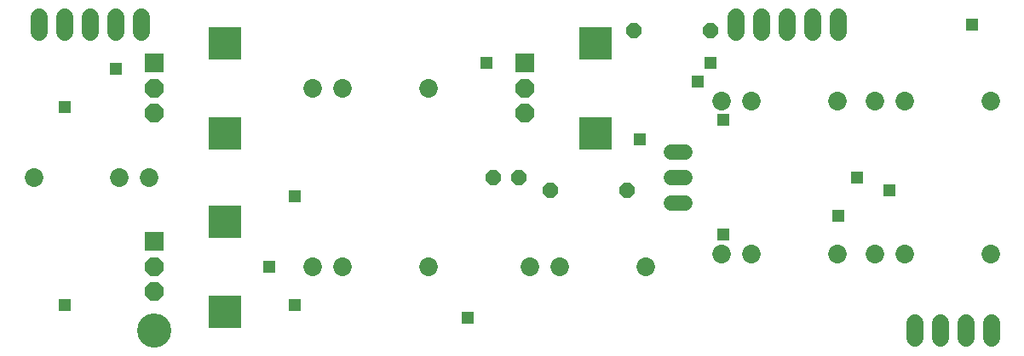
<source format=gts>
G04 EAGLE Gerber RS-274X export*
G75*
%MOMM*%
%FSLAX34Y34*%
%LPD*%
%INSoldermask Top*%
%IPPOS*%
%AMOC8*
5,1,8,0,0,1.08239X$1,22.5*%
G01*
%ADD10C,3.403200*%
%ADD11C,1.853200*%
%ADD12R,1.879600X1.879600*%
%ADD13P,2.034460X8X202.500000*%
%ADD14R,3.319200X3.319200*%
%ADD15C,1.727200*%
%ADD16C,1.524000*%
%ADD17P,1.649562X8X22.500000*%
%ADD18P,1.649562X8X202.500000*%
%ADD19R,1.209600X1.209600*%


D10*
X139700Y25400D03*
D11*
X970750Y254000D03*
X885750Y254000D03*
X855750Y254000D03*
X970750Y101600D03*
X885750Y101600D03*
X855750Y101600D03*
X818350Y101600D03*
X733350Y101600D03*
X703350Y101600D03*
X818350Y254000D03*
X733350Y254000D03*
X703350Y254000D03*
X411950Y266700D03*
X326950Y266700D03*
X296950Y266700D03*
X411950Y88900D03*
X326950Y88900D03*
X296950Y88900D03*
X19850Y177800D03*
X104850Y177800D03*
X134850Y177800D03*
D12*
X139550Y291700D03*
D13*
X139550Y266700D03*
X139550Y241700D03*
D14*
X209550Y221700D03*
X209550Y311700D03*
D12*
X507850Y291700D03*
D13*
X507850Y266700D03*
X507850Y241700D03*
D14*
X577850Y221700D03*
X577850Y311700D03*
D15*
X127000Y322580D02*
X127000Y337820D01*
X101600Y337820D02*
X101600Y322580D01*
X76200Y322580D02*
X76200Y337820D01*
X50800Y337820D02*
X50800Y322580D01*
X25400Y322580D02*
X25400Y337820D01*
D16*
X653796Y203200D02*
X667004Y203200D01*
X667004Y152400D02*
X653796Y152400D01*
X653796Y177800D02*
X667004Y177800D01*
D17*
X533400Y165100D03*
X609600Y165100D03*
D18*
X501650Y177800D03*
X476250Y177800D03*
D12*
X139550Y113900D03*
D13*
X139550Y88900D03*
X139550Y63900D03*
D14*
X209550Y43900D03*
X209550Y133900D03*
D11*
X627850Y88900D03*
X542850Y88900D03*
X512850Y88900D03*
D15*
X971550Y33020D02*
X971550Y17780D01*
X946150Y17780D02*
X946150Y33020D01*
X920750Y33020D02*
X920750Y17780D01*
X895350Y17780D02*
X895350Y33020D01*
X717550Y322580D02*
X717550Y337820D01*
X742950Y337820D02*
X742950Y322580D01*
X768350Y322580D02*
X768350Y337820D01*
X793750Y337820D02*
X793750Y322580D01*
X819150Y322580D02*
X819150Y337820D01*
D18*
X692150Y323850D03*
X615950Y323850D03*
D19*
X50800Y50800D03*
X50800Y247650D03*
X450850Y38100D03*
X952500Y330200D03*
X469900Y292100D03*
X101600Y285750D03*
X622300Y215900D03*
X869950Y165100D03*
X704850Y234950D03*
X819150Y139700D03*
X279400Y158750D03*
X279400Y50800D03*
X508000Y241300D03*
X838200Y177800D03*
X692150Y292100D03*
X704850Y120650D03*
X254000Y88900D03*
X679450Y273050D03*
M02*

</source>
